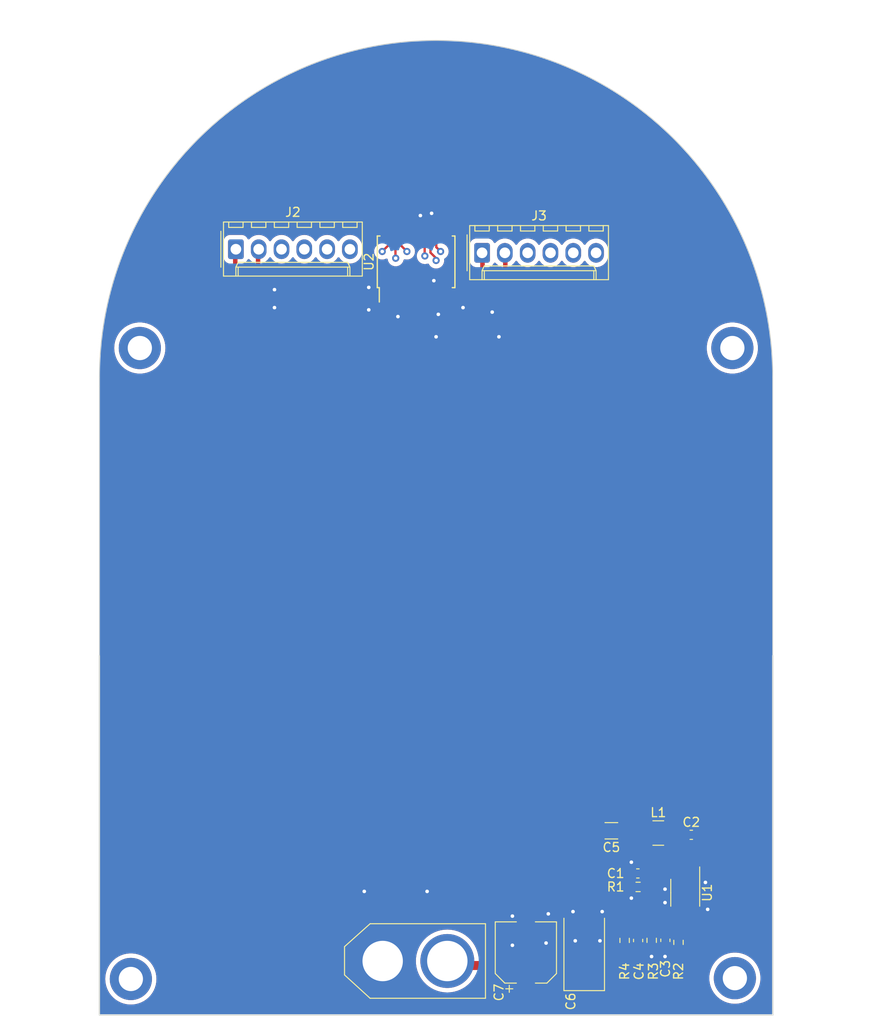
<source format=kicad_pcb>
(kicad_pcb (version 20221018) (generator pcbnew)
  (layers (0 "F.Cu" signal) (31 "B.Cu" signal) (34 "B.Paste" user) (35 "F.Paste" user) (36 "B.SilkS" user "B.Silkscreen") (37 "F.SilkS" user "F.Silkscreen") (38 "B.Mask" user) (39 "F.Mask" user) (44 "Edge.Cuts" user))
  (net 0 "")
  (net 1 "Net-(U1-INTVCC)")
  (net 2 "GND")
  (net 3 "Net-(U1-BST)")
  (net 4 "Net-(U1-SW)")
  (net 5 "Net-(U1-TR{slash}SS)")
  (net 6 "Net-(U1-FB)")
  (net 7 "+6V")
  (net 8 "VCC")
  (net 9 "MOTORA+")
  (net 10 "MOTORA-")
  (net 11 "HALL_MOTORA_A")
  (net 12 "HALL_MOTORA_B")
  (net 13 "HALL+")
  (net 14 "HALL-")
  (net 15 "MOTORB+")
  (net 16 "MOTORB-")
  (net 17 "HALL_MOTORB_A")
  (net 18 "HALL_MOTORB_B")
  (net 19 "Net-(U1-RT)")
  (net 20 "Net-(U1-PG)")
  (net 21 "PWMB")
  (net 22 "IN2B")
  (net 23 "IN2A")
  (net 25 "IN1A")
  (net 26 "IN1B")
  (net 27 "PWMA")
  (footprint "MountingHole:MountingHole_2.7mm_M2.5_DIN965_Pad" (layer "F.Cu") (at 145.281137 125.16048)
    (fp_text reference "H3")
    (fp_text value "MountingHole")
    (pad "1" thru_hole circle (at 0 0) (size 4.7 4.7) (drill 2.7) (layers "*.Cu" "*.Mask"))
  )
  (footprint "Connector_AMASS:AMASS_XT60-F_1x02_P7.20mm_Vertical" (layer "F.Cu") (at 106.05 123.25)
    (fp_text reference "J1")
    (fp_text value "Conn_01x02")
    (fp_line (start -4.25 -1.6) (end -4.25 1.55) (stroke (width 0.12)) (layer "F.SilkS"))
    (fp_line (start -4.25 1.55) (end -1.4 4.15) (stroke (width 0.12)) (layer "F.SilkS"))
    (fp_line (start -1.4 -4.15) (end -4.25 -1.6) (stroke (width 0.12)) (layer "F.SilkS"))
    (fp_line (start -1.4 4.15) (end 11.45 4.15) (stroke (width 0.12)) (layer "F.SilkS"))
    (fp_line (start 11.45 -4.15) (end -1.4 -4.15) (stroke (width 0.12)) (layer "F.SilkS"))
    (fp_line (start 11.45 4.15) (end 11.45 -4.15) (stroke (width 0.12)) (layer "F.SilkS"))
    (pad "1" thru_hole roundrect (at 0 0) (size 6 6) (drill 4.5) (layers "*.Cu" "*.Mask") (net 2 "GND"))
    (pad "2" thru_hole circle (at 7.2 0) (size 6 6) (drill 4.5) (layers "*.Cu" "*.Mask") (net 8 "VCC"))
  )
  (footprint "Resistor_SMD:R_0603_1608Metric" (layer "F.Cu") (at 134.5 115)
    (fp_text reference "R1" (at -2.5 0) (layer "F.SilkS"))
    (fp_text value "18.2k")
    (fp_line (start -0.237258 -0.5225) (end 0.237258 -0.5225) (stroke (width 0.12)) (layer "F.SilkS"))
    (fp_line (start -0.237258 0.5225) (end 0.237258 0.5225) (stroke (width 0.12)) (layer "F.SilkS"))
    (pad "1" smd roundrect (at -0.825 0) (size 0.8 0.95) (layers "F.Cu" "F.Paste" "F.Mask") (net 2 "GND"))
    (pad "2" smd roundrect (at 0.825 0) (size 0.8 0.95) (layers "F.Cu" "F.Paste" "F.Mask") (net 19 "Net-(U1-RT)"))
  )
  (footprint "Inductor_SMD:L_1210_3225Metric" (layer "F.Cu") (at 136.75 109)
    (fp_text reference "L1" (at 0 -2.28) (layer "F.SilkS"))
    (fp_text value "2.2uH")
    (fp_line (start -0.602064 -1.36) (end 0.602064 -1.36) (stroke (width 0.12)) (layer "F.SilkS"))
    (fp_line (start -0.602064 1.36) (end 0.602064 1.36) (stroke (width 0.12)) (layer "F.SilkS"))
    (pad "1" smd roundrect (at -1.4 0) (size 1.25 2.65) (layers "F.Cu" "F.Paste" "F.Mask") (roundrect_rratio 0.2) (net 7 "+6V"))
    (pad "2" smd roundrect (at 1.4 0) (size 1.25 2.65) (layers "F.Cu" "F.Paste" "F.Mask") (roundrect_rratio 0.2) (net 4 "Net-(U1-SW)"))
  )
  (footprint "MountingHole:MountingHole_2.7mm_M2.5_DIN965_Pad" (layer "F.Cu") (at 79 55)
    (fp_text reference "H2")
    (fp_text value "MountingHole")
    (pad "1" thru_hole circle (at 0 0) (size 4.7 4.7) (drill 2.7) (layers "*.Cu" "*.Mask"))
  )
  (footprint "MountingHole:MountingHole_2.7mm_M2.5_DIN965_Pad" (layer "F.Cu") (at 78.000338 125.250126)
    (fp_text reference "H4")
    (fp_text value "MountingHole")
    (pad "1" thru_hole circle (at 0 0) (size 4.7 4.7) (drill 2.7) (layers "*.Cu" "*.Mask"))
  )
  (footprint "Capacitor_SMD:CP_Elec_6.3x7.7" (layer "F.Cu") (at 122 122.3 90)
    (fp_text reference "C7" (at -4.45 -3 90) (layer "F.SilkS"))
    (fp_text value "100u")
    (fp_line (start -4.4375 -1.8475) (end -3.65 -1.8475) (stroke (width 0.12)) (layer "F.SilkS"))
    (fp_line (start -4.04375 -2.24125) (end -4.04375 -1.45375) (stroke (width 0.12)) (layer "F.SilkS"))
    (fp_line (start -3.41 -2.345563) (end -3.41 -1.06) (stroke (width 0.12)) (layer "F.SilkS"))
    (fp_line (start -3.41 -2.345563) (end -2.345563 -3.41) (stroke (width 0.12)) (layer "F.SilkS"))
    (fp_line (start -3.41 2.345563) (end -3.41 1.06) (stroke (width 0.12)) (layer "F.SilkS"))
    (fp_line (start -3.41 2.345563) (end -2.345563 3.41) (stroke (width 0.12)) (layer "F.SilkS"))
    (fp_line (start -2.345563 -3.41) (end 3.41 -3.41) (stroke (width 0.12)) (layer "F.SilkS"))
    (fp_line (start -2.345563 3.41) (end 3.41 3.41) (stroke (width 0.12)) (layer "F.SilkS"))
    (fp_line (start 3.41 -3.41) (end 3.41 -1.06) (stroke (width 0.12)) (layer "F.SilkS"))
    (fp_line (start 3.41 3.41) (end 3.41 1.06) (stroke (width 0.12)) (layer "F.SilkS"))
    (pad "1" smd roundrect (at -2.7 0 90) (size 3.5 1.6) (layers "F.Cu" "F.Paste" "F.Mask") (roundrect_rratio 0.15625) (net 8 "VCC"))
    (pad "2" smd roundrect (at 2.7 0 90) (size 3.5 1.6) (layers "F.Cu" "F.Paste" "F.Mask") (roundrect_rratio 0.15625) (net 2 "GND"))
  )
  (footprint "Capacitor_SMD:C_0603_1608Metric" (layer "F.Cu") (at 140.425 109.2 180)
    (fp_text reference "C2" (at 0 1.4) (layer "F.SilkS"))
    (fp_text value "100n")
    (fp_line (start -0.14058 -0.51) (end 0.14058 -0.51) (stroke (width 0.12)) (layer "F.SilkS"))
    (fp_line (start -0.14058 0.51) (end 0.14058 0.51) (stroke (width 0.12)) (layer "F.SilkS"))
    (pad "1" smd roundrect (at -0.775 0 180) (size 0.9 0.95) (layers "F.Cu" "F.Paste" "F.Mask") (net 3 "Net-(U1-BST)"))
    (pad "2" smd roundrect (at 0.775 0 180) (size 0.9 0.95) (layers "F.Cu" "F.Paste" "F.Mask") (net 4 "Net-(U1-SW)"))
  )
  (footprint "Connector_Molex:Molex_KK-254_AE-6410-06A_1x06_P2.54mm_Vertical" (layer "F.Cu") (at 117.12 44.4)
    (fp_text reference "J3" (at 6.35 -4.12) (layer "F.SilkS"))
    (fp_text value "Conn_01x06")
    (fp_line (start -1.67 -2) (end -1.67 2) (stroke (width 0.12)) (layer "F.SilkS"))
    (fp_line (start -1.38 -3.03) (end -1.38 2.99) (stroke (width 0.12)) (layer "F.SilkS"))
    (fp_line (start -1.38 2.99) (end 14.08 2.99) (stroke (width 0.12)) (layer "F.SilkS"))
    (fp_line (start -0.8 -3.03) (end -0.8 -2.43) (stroke (width 0.12)) (layer "F.SilkS"))
    (fp_line (start -0.8 -2.43) (end 0.8 -2.43) (stroke (width 0.12)) (layer "F.SilkS"))
    (fp_line (start 0 1.99) (end 0.25 1.46) (stroke (width 0.12)) (layer "F.SilkS"))
    (fp_line (start 0 1.99) (end 12.7 1.99) (stroke (width 0.12)) (layer "F.SilkS"))
    (fp_line (start 0 2.99) (end 0 1.99) (stroke (width 0.12)) (layer "F.SilkS"))
    (fp_line (start 0.25 1.46) (end 12.45 1.46) (stroke (width 0.12)) (layer "F.SilkS"))
    (fp_line (start 0.25 2.99) (end 0.25 1.99) (stroke (width 0.12)) (layer "F.SilkS"))
    (fp_line (start 0.8 -2.43) (end 0.8 -3.03) (stroke (width 0.12)) (layer "F.SilkS"))
    (fp_line (start 1.74 -3.03) (end 1.74 -2.43) (stroke (width 0.12)) (layer "F.SilkS"))
    (fp_line (start 1.74 -2.43) (end 3.34 -2.43) (stroke (width 0.12)) (layer "F.SilkS"))
    (fp_line (start 3.34 -2.43) (end 3.34 -3.03) (stroke (width 0.12)) (layer "F.SilkS"))
    (fp_line (start 4.28 -3.03) (end 4.28 -2.43) (stroke (width 0.12)) (layer "F.SilkS"))
    (fp_line (start 4.28 -2.43) (end 5.88 -2.43) (stroke (width 0.12)) (layer "F.SilkS"))
    (fp_line (start 5.88 -2.43) (end 5.88 -3.03) (stroke (width 0.12)) (layer "F.SilkS"))
    (fp_line (start 6.82 -3.03) (end 6.82 -2.43) (stroke (width 0.12)) (layer "F.SilkS"))
    (fp_line (start 6.82 -2.43) (end 8.42 -2.43) (stroke (width 0.12)) (layer "F.SilkS"))
    (fp_line (start 8.42 -2.43) (end 8.42 -3.03) (stroke (width 0.12)) (layer "F.SilkS"))
    (fp_line (start 9.36 -3.03) (end 9.36 -2.43) (stroke (width 0.12)) (layer "F.SilkS"))
    (fp_line (start 9.36 -2.43) (end 10.96 -2.43) (stroke (width 0.12)) (layer "F.SilkS"))
    (fp_line (start 10.96 -2.43) (end 10.96 -3.03) (stroke (width 0.12)) (layer "F.SilkS"))
    (fp_line (start 11.9 -3.03) (end 11.9 -2.43) (stroke (width 0.12)) (layer "F.SilkS"))
    (fp_line (start 11.9 -2.43) (end 13.5 -2.43) (stroke (width 0.12)) (layer "F.SilkS"))
    (fp_line (start 12.45 1.46) (end 12.7 1.99) (stroke (width 0.12)) (layer "F.SilkS"))
    (fp_line (start 12.45 2.99) (end 12.45 1.99) (stroke (width 0.12)) (layer "F.SilkS"))
    (fp_line (start 12.7 1.99) (end 12.7 2.99) (stroke (width 0.12)) (layer "F.SilkS"))
    (fp_line (start 13.5 -2.43) (end 13.5 -3.03) (stroke (width 0.12)) (layer "F.SilkS"))
    (fp_line (start 14.08 -3.03) (end -1.38 -3.03) (stroke (width 0.12)) (layer "F.SilkS"))
    (fp_line (start 14.08 2.99) (end 14.08 -3.03) (stroke (width 0.12)) (layer "F.SilkS"))
    (pad "1" thru_hole roundrect (at 0 0) (size 1.74 2.19) (drill 1.19) (layers "*.Cu" "*.Mask") (roundrect_rratio 0.143678) (net 15 "MOTORB+"))
    (pad "2" thru_hole oval (at 2.54 0) (size 1.74 2.19) (drill 1.19) (layers "*.Cu" "*.Mask") (net 16 "MOTORB-"))
    (pad "3" thru_hole oval (at 5.08 0) (size 1.74 2.19) (drill 1.19) (layers "*.Cu" "*.Mask") (net 17 "HALL_MOTORB_A"))
    (pad "4" thru_hole oval (at 7.62 0) (size 1.74 2.19) (drill 1.19) (layers "*.Cu" "*.Mask") (net 18 "HALL_MOTORB_B"))
    (pad "5" thru_hole oval (at 10.16 0) (size 1.74 2.19) (drill 1.19) (layers "*.Cu" "*.Mask") (net 13 "HALL+"))
    (pad "6" thru_hole oval (at 12.7 0) (size 1.74 2.19) (drill 1.19) (layers "*.Cu" "*.Mask") (net 14 "HALL-"))
  )
  (footprint "Capacitor_SMD:C_0603_1608Metric" (layer "F.Cu") (at 134.475 113.5 180)
    (fp_text reference "C1" (at 2.475 0) (layer "F.SilkS"))
    (fp_text value "1u")
    (fp_line (start -0.14058 -0.51) (end 0.14058 -0.51) (stroke (width 0.12)) (layer "F.SilkS"))
    (fp_line (start -0.14058 0.51) (end 0.14058 0.51) (stroke (width 0.12)) (layer "F.SilkS"))
    (pad "1" smd roundrect (at -0.775 0 180) (size 0.9 0.95) (layers "F.Cu" "F.Paste" "F.Mask") (net 1 "Net-(U1-INTVCC)"))
    (pad "2" smd roundrect (at 0.775 0 180) (size 0.9 0.95) (layers "F.Cu" "F.Paste" "F.Mask") (net 2 "GND"))
  )
  (footprint "Capacitor_SMD:C_0603_1608Metric" (layer "F.Cu") (at 134.503512 120.965978 -90)
    (fp_text reference "C4" (at 3.434022 -0.096488 90) (layer "F.SilkS"))
    (fp_text value "10p")
    (fp_line (start -0.14058 -0.51) (end 0.14058 -0.51) (stroke (width 0.12)) (layer "F.SilkS"))
    (fp_line (start -0.14058 0.51) (end 0.14058 0.51) (stroke (width 0.12)) (layer "F.SilkS"))
    (pad "1" smd roundrect (at -0.775 0 270) (size 0.9 0.95) (layers "F.Cu" "F.Paste" "F.Mask") (net 6 "Net-(U1-FB)"))
    (pad "2" smd roundrect (at 0.775 0 270) (size 0.9 0.95) (layers "F.Cu" "F.Paste" "F.Mask") (net 7 "+6V"))
  )
  (footprint "MountingHole:MountingHole_2.7mm_M2.5_DIN965_Pad" (layer "F.Cu") (at 145 55)
    (fp_text reference "H1")
    (fp_text value "MountingHole")
    (pad "1" thru_hole circle (at 0 0) (size 4.7 4.7) (drill 2.7) (layers "*.Cu" "*.Mask"))
  )
  (footprint "Package_SO:MSOP-10-1EP_3x3mm_P0.5mm_EP1.68x1.88mm" (layer "F.Cu") (at 139.75 115.65 -90)
    (fp_text reference "U1" (at 0 -2.45 90) (layer "F.SilkS"))
    (fp_text value "LT8608")
    (fp_line (start 0 -1.61) (end -2.875 -1.61) (stroke (width 0.12)) (layer "F.SilkS"))
    (fp_line (start 0 -1.61) (end 1.5 -1.61) (stroke (width 0.12)) (layer "F.SilkS"))
    (fp_line (start 0 1.61) (end -1.5 1.61) (stroke (width 0.12)) (layer "F.SilkS"))
    (fp_line (start 0 1.61) (end 1.5 1.61) (stroke (width 0.12)) (layer "F.SilkS"))
    (pad "1" smd roundrect (at -2.15 -1 270) (size 1.45 0.3) (layers "F.Cu" "F.Paste" "F.Mask") (net 3 "Net-(U1-BST)"))
    (pad "2" smd roundrect (at -2.15 -0.5 270) (size 1.45 0.3) (layers "F.Cu" "F.Paste" "F.Mask") (net 4 "Net-(U1-SW)"))
    (pad "3" smd roundrect (at -2.15 0 270) (size 1.45 0.3) (layers "F.Cu" "F.Paste" "F.Mask") (net 1 "Net-(U1-INTVCC)"))
    (pad "4" smd roundrect (at -2.15 0.5 270) (size 1.45 0.3) (layers "F.Cu" "F.Paste" "F.Mask") (net 19 "Net-(U1-RT)"))
    (pad "5" smd roundrect (at -2.15 1 270) (size 1.45 0.3) (layers "F.Cu" "F.Paste" "F.Mask") (net 2 "GND"))
    (pad "6" smd roundrect (at 2.15 1 270) (size 1.45 0.3) (layers "F.Cu" "F.Paste" "F.Mask") (net 6 "Net-(U1-FB)"))
    (pad "7" smd roundrect (at 2.15 0.5 270) (size 1.45 0.3) (layers "F.Cu" "F.Paste" "F.Mask") (net 5 "Net-(U1-TR{slash}SS)"))
    (pad "8" smd roundrect (at 2.15 0 270) (size 1.45 0.3) (layers "F.Cu" "F.Paste" "F.Mask") (net 20 "Net-(U1-PG)"))
    (pad "9" smd roundrect (at 2.15 -0.5 270) (size 1.45 0.3) (layers "F.Cu" "F.Paste" "F.Mask") (net 8 "VCC"))
    (pad "10" smd roundrect (at 2.15 -1 270) (size 1.45 0.3) (layers "F.Cu" "F.Paste" "F.Mask") (net 8 "VCC"))
    (pad "11" smd rect (at 0 0 270) (size 1.68 1.88) (layers "F.Cu" "F.Mask") (net 2 "GND"))
  )
  (footprint "Capacitor_SMD:C_1206_3216Metric" (layer "F.Cu") (at 131.525 108.75 180)
    (fp_text reference "C5" (at 0 -1.85) (layer "F.SilkS"))
    (fp_text value "22u")
    (fp_line (start -0.711252 -0.91) (end 0.711252 -0.91) (stroke (width 0.12)) (layer "F.SilkS"))
    (fp_line (start -0.711252 0.91) (end 0.711252 0.91) (stroke (width 0.12)) (layer "F.SilkS"))
    (pad "1" smd roundrect (at -1.475 0 180) (size 1.15 1.8) (layers "F.Cu" "F.Paste" "F.Mask") (roundrect_rratio 0.217391) (net 7 "+6V"))
    (pad "2" smd roundrect (at 1.475 0 180) (size 1.15 1.8) (layers "F.Cu" "F.Paste" "F.Mask") (roundrect_rratio 0.217391) (net 2 "GND"))
  )
  (footprint "Resistor_SMD:R_0603_1608Metric" (layer "F.Cu") (at 139 121.175 90)
    (fp_text reference "R2" (at -3.225 0 90) (layer "F.SilkS"))
    (fp_text value "100k")
    (fp_line (start -0.237258 -0.5225) (end 0.237258 -0.5225) (stroke (width 0.12)) (layer "F.SilkS"))
    (fp_line (start -0.237258 0.5225) (end 0.237258 0.5225) (stroke (width 0.12)) (layer "F.SilkS"))
    (pad "1" smd roundrect (at -0.825 0 90) (size 0.8 0.95) (layers "F.Cu" "F.Paste" "F.Mask") (net 7 "+6V"))
    (pad "2" smd roundrect (at 0.825 0 90) (size 0.8 0.95) (layers "F.Cu" "F.Paste" "F.Mask") (net 20 "Net-(U1-PG)"))
  )
  (footprint "Resistor_SMD:R_0603_1608Metric" (layer "F.Cu") (at 133 120.955 90)
    (fp_text reference "R4" (at -3.445 0 90) (layer "F.SilkS"))
    (fp_text value "1M")
    (fp_line (start -0.237258 -0.5225) (end 0.237258 -0.5225) (stroke (width 0.12)) (layer "F.SilkS"))
    (fp_line (start -0.237258 0.5225) (end 0.237258 0.5225) (stroke (width 0.12)) (layer "F.SilkS"))
    (pad "1" smd roundrect (at -0.825 0 90) (size 0.8 0.95) (layers "F.Cu" "F.Paste" "F.Mask") (net 7 "+6V"))
    (pad "2" smd roundrect (at 0.825 0 90) (size 0.8 0.95) (layers "F.Cu" "F.Paste" "F.Mask") (net 6 "Net-(U1-FB)"))
  )
  (footprint "Package_SO:SSOP-24_5.3x8.2mm_P0.65mm" (layer "F.Cu") (at 109.775 45.4 90)
    (fp_text reference "U2" (at 0 -5.25 90) (layer "F.SilkS"))
    (fp_text value "TB6612FNG")
    (fp_line (start -2.875 -4.325) (end -2.875 -4.1) (stroke (width 0.15)) (layer "F.SilkS"))
    (fp_line (start -2.875 -4.325) (end 2.875 -4.325) (stroke (width 0.15)) (layer "F.SilkS"))
    (fp_line (start -2.875 -4.1) (end -4.475 -4.1) (stroke (width 0.15)) (layer "F.SilkS"))
    (fp_line (start -2.875 4.325) (end -2.875 4.025) (stroke (width 0.15)) (layer "F.SilkS"))
    (fp_line (start -2.875 4.325) (end 2.875 4.325) (stroke (width 0.15)) (layer "F.SilkS"))
    (fp_line (start 2.875 -4.325) (end 2.875 -4.025) (stroke (width 0.15)) (layer "F.SilkS"))
    (fp_line (start 2.875 4.325) (end 2.875 4.025) (stroke (width 0.15)) (layer "F.SilkS"))
    (pad "1" smd rect (at -3.6 -3.575 90) (size 1.75 0.45) (layers "F.Cu" "F.Paste" "F.Mask") (net 9 "MOTORA+"))
    (pad "2" smd rect (at -3.6 -2.925 90) (size 1.75 0.45) (layers "F.Cu" "F.Paste" "F.Mask") (net 9 "MOTORA+"))
    (pad "3" smd rect (at -3.6 -2.275 90) (size 1.75 0.45) (layers "F.Cu" "F.Paste" "F.Mask") (net 2 "GND"))
    (pad "4" smd rect (at -3.6 -1.625 90) (size 1.75 0.45) (layers "F.Cu" "F.Paste" "F.Mask") (net 2 "GND"))
    (pad "5" smd rect (at -3.6 -0.975 90) (size 1.75 0.45) (layers "F.Cu" "F.Paste" "F.Mask") (net 10 "MOTORA-"))
    (pad "6" smd rect (at -3.6 -0.325 90) (size 1.75 0.45) (layers "F.Cu" "F.Paste" "F.Mask") (net 10 "MOTORA-"))
    (pad "7" smd rect (at -3.6 0.325 90) (size 1.75 0.45) (layers "F.Cu" "F.Paste" "F.Mask") (net 16 "MOTORB-"))
    (pad "8" smd rect (at -3.6 0.975 90) (size 1.75 0.45) (layers "F.Cu" "F.Paste" "F.Mask") (net 16 "MOTORB-"))
    (pad "9" smd rect (at -3.6 1.625 90) (size 1.75 0.45) (layers "F.Cu" "F.Paste" "F.Mask") (net 2 "GND"))
    (pad "10" smd rect (at -3.6 2.275 90) (size 1.75 0.45) (layers "F.Cu" "F.Paste" "F.Mask") (net 2 "GND"))
    (pad "11" smd rect (at -3.6 2.925 90) (size 1.75 0.45) (layers "F.Cu" "F.Paste" "F.Mask") (net 15 "MOTORB+"))
    (pad "12" smd rect (at -3.6 3.575 90) (size 1.75 0.45) (layers "F.Cu" "F.Paste" "F.Mask") (net 15 "MOTORB+"))
    (pad "13" smd rect (at 3.6 3.575 90) (size 1.75 0.45) (layers "F.Cu" "F.Paste" "F.Mask") (net 7 "+6V"))
    (pad "14" smd rect (at 3.6 2.925 90) (size 1.75 0.45) (layers "F.Cu" "F.Paste" "F.Mask") (net 7 "+6V"))
    (pad "15" smd rect (at 3.6 2.275 90) (size 1.75 0.45) (layers "F.Cu" "F.Paste" "F.Mask") (net 21 "PWMB"))
    (pad "16" smd rect (at 3.6 1.625 90) (size 1.75 0.45) (layers "F.Cu" "F.Paste" "F.Mask") (net 22 "IN2B"))
    (pad "17" smd rect (at 3.6 0.975 90) (size 1.75 0.45) (layers "F.Cu" "F.Paste" "F.Mask") (net 23 "IN2A"))
    (pad "18" smd rect (at 3.6 0.325 90) (size 1.75 0.45) (layers "F.Cu" "F.Paste" "F.Mask") (net 2 "GND"))
    (pad "19" smd rect (at 3.6 -0.325 90) (size 1.75 0.45) (layers "F.Cu" "F.Paste" "F.Mask"))
    (pad "20" smd rect (at 3.6 -0.975 90) (size 1.75 0.45) (layers "F.Cu" "F.Paste" "F.Mask") (net 7 "+6V"))
    (pad "21" smd rect (at 3.6 -1.625 90) (size 1.75 0.45) (layers "F.Cu" "F.Paste" "F.Mask") (net 25 "IN1A"))
    (pad "22" smd rect (at 3.6 -2.275 90) (size 1.75 0.45) (layers "F.Cu" "F.Paste" "F.Mask") (net 26 "IN1B"))
    (pad "23" smd rect (at 3.6 -2.925 90) (size 1.75 0.45) (layers "F.Cu" "F.Paste" "F.Mask") (net 27 "PWMA"))
    (pad "24" smd rect (at 3.6 -3.575 90) (size 1.75 0.45) (layers "F.Cu" "F.Paste" "F.Mask") (net 7 "+6V"))
  )
  (footprint "Capacitor_SMD:C_0603_1608Metric" (layer "F.Cu") (at 137.539115 120.944638 -90)
    (fp_text reference "C3" (at 3.175 0 90) (layer "F.SilkS"))
    (fp_text value "10n")
    (fp_line (start -0.14058 -0.51) (end 0.14058 -0.51) (stroke (width 0.12)) (layer "F.SilkS"))
    (fp_line (start -0.14058 0.51) (end 0.14058 0.51) (stroke (width 0.12)) (layer "F.SilkS"))
    (pad "1" smd roundrect (at -0.775 0 270) (size 0.9 0.95) (layers "F.Cu" "F.Paste" "F.Mask") (net 5 "Net-(U1-TR{slash}SS)"))
    (pad "2" smd roundrect (at 0.775 0 270) (size 0.9 0.95) (layers "F.Cu" "F.Paste" "F.Mask") (net 2 "GND"))
  )
  (footprint "Capacitor_Tantalum_SMD:CP_EIA-7343-15_Kemet-W" (layer "F.Cu") (at 128.5 122.1375 90)
    (fp_text reference "C6" (at -5.6125 -1.5 90) (layer "F.SilkS"))
    (fp_text value "4.7u")
    (fp_line (start -4.41 -2.26) (end -4.41 2.26) (stroke (width 0.12)) (layer "F.SilkS"))
    (fp_line (start -4.41 2.26) (end 3.65 2.26) (stroke (width 0.12)) (layer "F.SilkS"))
    (fp_line (start 3.65 -2.26) (end -4.41 -2.26) (stroke (width 0.12)) (layer "F.SilkS"))
    (pad "1" smd roundrect (at -3.1125 0 90) (size 2.075 2.55) (layers "F.Cu" "F.Paste" "F.Mask") (roundrect_rratio 0.120482) (net 8 "VCC"))
    (pad "2" smd roundrect (at 3.1125 0 90) (size 2.075 2.55) (layers "F.Cu" "F.Paste" "F.Mask") (roundrect_rratio 0.120482) (net 2 "GND"))
  )
  (footprint "Resistor_SMD:R_0603_1608Metric" (layer "F.Cu") (at 136.014316 120.94638 90)
    (fp_text reference "R3" (at -3.45362 0.185684 90) (layer "F.SilkS"))
    (fp_text value "309K")
    (fp_line (start -0.237258 -0.5225) (end 0.237258 -0.5225) (stroke (width 0.12)) (layer "F.SilkS"))
    (fp_line (start -0.237258 0.5225) (end 0.237258 0.5225) (stroke (width 0.12)) (layer "F.SilkS"))
    (pad "1" smd roundrect (at -0.825 0 90) (size 0.8 0.95) (layers "F.Cu" "F.Paste" "F.Mask") (net 2 "GND"))
    (pad "2" smd roundrect (at 0.825 0 90) (size 0.8 0.95) (layers "F.Cu" "F.Paste" "F.Mask") (net 6 "Net-(U1-FB)"))
  )
  (footprint "Connector_Molex:Molex_KK-254_AE-6410-06A_1x06_P2.54mm_Vertical" (layer "F.Cu") (at 89.7 44)
    (fp_text reference "J2" (at 6.35 -4.12) (layer "F.SilkS"))
    (fp_text value "Conn_01x06")
    (fp_line (start -1.67 -2) (end -1.67 2) (stroke (width 0.12)) (layer "F.SilkS"))
    (fp_line (start -1.38 -3.03) (end -1.38 2.99) (stroke (width 0.12)) (layer "F.SilkS"))
    (fp_line (start -1.38 2.99) (end 14.08 2.99) (stroke (width 0.12)) (layer "F.SilkS"))
    (fp_line (start -0.8 -3.03) (end -0.8 -2.43) (stroke (width 0.12)) (layer "F.SilkS"))
    (fp_line (start -0.8 -2.43) (end 0.8 -2.43) (stroke (width 0.12)) (layer "F.SilkS"))
    (fp_line (start 0 1.99) (end 0.25 1.46) (stroke (width 0.12)) (layer "F.SilkS"))
    (fp_line (start 0 1.99) (end 12.7 1.99) (stroke (width 0.12)) (layer "F.SilkS"))
    (fp_line (start 0 2.99) (end 0 1.99) (stroke (width 0.12)) (layer "F.SilkS"))
    (fp_line (start 0.25 1.46) (end 12.45 1.46) (stroke (width 0.12)) (layer "F.SilkS"))
    (fp_line (start 0.25 2.99) (end 0.25 1.99) (stroke (width 0.12)) (layer "F.SilkS"))
    (fp_line (start 0.8 -2.43) (end 0.8 -3.03) (stroke (width 0.12)) (layer "F.SilkS"))
    (fp_line (start 1.74 -3.03) (end 1.74 -2.43) (stroke (width 0.12)) (layer "F.SilkS"))
    (fp_line (start 1.74 -2.43) (end 3.34 -2.43) (stroke (width 0.12)) (layer "F.SilkS"))
    (fp_line (start 3.34 -2.43) (end 3.34 -3.03) (stroke (width 0.12)) (layer "F.SilkS"))
    (fp_line (start 4.28 -3.03) (end 4.28 -2.43) (stroke (width 0.12)) (layer "F.SilkS"))
    (fp_line (start 4.28 -2.43) (end 5.88 -2.43) (stroke (width 0.12)) (layer "F.SilkS"))
    (fp_line (start 5.88 -2.43) (end 5.88 -3.03) (stroke (width 0.12)) (layer "F.SilkS"))
    (fp_line (start 6.82 -3.03) (end 6.82 -2.43) (stroke (width 0.12)) (layer "F.SilkS"))
    (fp_line (start 6.82 -2.43) (end 8.42 -2.43) (stroke (width 0.12)) (layer "F.SilkS"))
    (fp_line (start 8.42 -2.43) (end 8.42 -3.03) (stroke (width 0.12)) (layer "F.SilkS"))
    (fp_line (start 9.36 -3.03) (end 9.36 -2.43) (stroke (width 0.12)) (layer "F.SilkS"))
    (fp_line (start 9.36 -2.43) (end 10.96 -2.43) (stroke (width 0.12)) (layer "F.SilkS"))
    (fp_line (start 10.96 -2.43) (end 10.96 -3.03) (stroke (width 0.12)) (layer "F.SilkS"))
    (fp_line (start 11.9 -3.03) (end 11.9 -2.43) (stroke (width 0.12)) (layer "F.SilkS"))
    (fp_line (start 11.9 -2.43) (end 13.5 -2.43) (stroke (width 0.12)) (layer "F.SilkS"))
    (fp_line (start 12.45 1.46) (end 12.7 1.99) (stroke (width 0.12)) (layer "F.SilkS"))
    (fp_line (start 12.45 2.99) (end 12.45 1.99) (stroke (width 0.12)) (layer "F.SilkS"))
    (fp_line (start 12.7 1.99) (end 12.7 2.99) (stroke (width 0.12)) (layer "F.SilkS"))
    (fp_line (start 13.5 -2.43) (end 13.5 -3.03) (stroke (width 0.12)) (layer "F.SilkS"))
    (fp_line (start 14.08 -3.03) (end -1.38 -3.03) (stroke (width 0.12)) (layer "F.SilkS"))
    (fp_line (start 14.08 2.99) (end 14.08 -3.03) (stroke (width 0.12)) (layer "F.SilkS"))
    (pad "1" thru_hole roundrect (at 0 0) (size 1.74 2.19) (drill 1.19) (layers "*.Cu" "*.Mask") (roundrect_rratio 0.143678) (net 9 "MOTORA+"))
    (pad "2" thru_hole oval (at 2.54 0) (size 1.74 2.19) (drill 1.19) (layers "*.Cu" "*.Mask") (net 10 "MOTORA-"))
    (pad "3" thru_hole oval (at 5.08 0) (size 1.74 2.19) (drill 1.19) (layers "*.Cu" "*.Mask") (net 11 "HALL_MOTORA_A"))
    (pad "4" thru_hole oval (at 7.62 0) (size 1.74 2.19) (drill 1.19) (layers "*.Cu" "*.Mask") (net 12 "HALL_MOTORA_B"))
    (pad "5" thru_hole oval (at 10.16 0) (size 1.74 2.19) (drill 1.19) (layers "*.Cu" "*.Mask") (net 13 "HALL+"))
    (pad "6" thru_hole oval (at 12.7 0) (size 1.74 2.19) (drill 1.19) (layers "*.Cu" "*.Mask") (net 14 "HALL-"))
  )
  (gr_line (start 74.5 129.25) (end 74.5 89.25) (stroke (width 0.15)) (layer "Edge.Cuts"))
  (gr_line (start 149.5 129.25) (end 149.5 89.25) (stroke (width 0.15)) (layer "Edge.Cuts"))
  (gr_arc (start 74.5 58.25) (mid 112 20.75) (end 149.5 58.25) (stroke (width 0.1)) (layer "Edge.Cuts"))
  (gr_line (start 74.5 89.25) (end 74.5 59.25) (stroke (width 0.1)) (layer "Edge.Cuts"))
  (gr_line (start 74.5 129.25) (end 149.5 129.25) (stroke (width 0.15)) (layer "Edge.Cuts"))
  (gr_line (start 74.5 59.25) (end 74.5 58.25) (stroke (width 0.1)) (layer "Edge.Cuts"))
  (gr_line (start 149.5 89.25) (end 149.5 58.25) (stroke (width 0.1)) (layer "Edge.Cuts"))
  (segment (start 136.25 111.75) (end 135.39 112.61) (width 0.25) (layer "F.Cu") (net 1))
  (segment (start 139.75 112) (end 139.5 111.75) (width 0.25) (layer "F.Cu") (net 1))
  (segment (start 139.5 111.75) (end 136.25 111.75) (width 0.25) (layer "F.Cu") (net 1))
  (segment (start 139.75 113.7) (end 139.75 112) (width 0.25) (layer "F.Cu") (net 1))
  (segment (start 135.39 112.61) (end 135.39 113.52) (width 0.25) (layer "F.Cu") (net 1))
  (segment (start 138.75 113.7) (end 138.2 114.25) (width 0.25) (layer "F.Cu") (net 2))
  (segment (start 138.2 114.25) (end 138 114.25) (width 0.25) (layer "F.Cu") (net 2))
  (segment (start 110.075 40.075) (end 110 40) (width 0.25) (layer "F.Cu") (net 2))
  (segment (start 138 114.75) (end 137.5 115.25) (width 0.25) (layer "F.Cu") (net 2))
  (segment (start 138 114.25) (end 138 114.75) (width 0.25) (layer "F.Cu") (net 2))
  (segment (start 110.075 42.15) (end 110.075 40.075) (width 0.25) (layer "F.Cu") (net 2))
  (via (at 119 53.75) (size 0.8) (drill 0.4) (layers "F.Cu" "B.Cu") (net 2))
  (via (at 127.25 117.75) (size 0.8) (drill 0.4) (layers "F.Cu" "B.Cu") (net 2))
  (via (at 142 114.5) (size 0.8) (drill 0.4) (layers "F.Cu" "B.Cu") (net 2))
  (via (at 120.5 121.5) (size 0.8) (drill 0.4) (layers "F.Cu" "B.Cu") (net 2))
  (via (at 137.5 122.75) (size 0.8) (drill 0.4) (layers "F.Cu" "B.Cu") (net 2))
  (via (at 137.5 116.75) (size 0.8) (drill 0.4) (layers "F.Cu" "B.Cu") (net 2))
  (via (at 94 50.5) (size 0.8) (drill 0.4) (layers "F.Cu" "B.Cu") (net 2))
  (via (at 127.5 121) (size 0.8) (drill 0.4) (layers "F.Cu" "B.Cu") (net 2))
  (via (at 110.25 40.25) (size 0.8) (drill 0.4) (layers "F.Cu" "B.Cu") (net 2))
  (via (at 104.5 50.75) (size 0.8) (drill 0.4) (layers "F.Cu" "B.Cu") (net 2))
  (via (at 94 48.5) (size 0.8) (drill 0.4) (layers "F.Cu" "B.Cu") (net 2))
  (via (at 115 50.5) (size 0.8) (drill 0.4) (layers "F.Cu" "B.Cu") (net 2))
  (via (at 130.25 121) (size 0.8) (drill 0.4) (layers "F.Cu" "B.Cu") (net 2))
  (via (at 137.5 115.25) (size 0.8) (drill 0.4) (layers "F.Cu" "B.Cu") (net 2))
  (via (at 107.75 51.5) (size 0.8) (drill 0.4) (layers "F.Cu" "B.Cu") (net 2))
  (via (at 104.5 48.25) (size 0.8) (drill 0.4) (layers "F.Cu" "B.Cu") (net 2))
  (via (at 142.25 117.5) (size 0.8) (drill 0.4) (layers "F.Cu" "B.Cu") (net 2))
  (via (at 118.25 51) (size 0.8) (drill 0.4) (layers "F.Cu" "B.Cu") (net 2))
  (via (at 104 115.5) (size 0.8) (drill 0.4) (layers "F.Cu" "B.Cu") (net 2))
  (via (at 130.5 117.75) (size 0.8) (drill 0.4) (layers "F.Cu" "B.Cu") (net 2))
  (via (at 111.5 40) (size 0.8) (drill 0.4) (layers "F.Cu" "B.Cu") (net 2))
  (via (at 112 53.75) (size 0.8) (drill 0.4) (layers "F.Cu" "B.Cu") (net 2))
  (via (at 111 115.5) (size 0.8) (drill 0.4) (layers "F.Cu" "B.Cu") (net 2))
  (via (at 111.75 47.5) (size 0.8) (drill 0.4) (layers "F.Cu" "B.Cu") (net 2))
  (via (at 136 122.75) (size 0.8) (drill 0.4) (layers "F.Cu" "B.Cu") (net 2))
  (via (at 120.5 118.25) (size 0.8) (drill 0.4) (layers "F.Cu" "B.Cu") (net 2))
  (via (at 124.25 121.25) (size 0.8) (drill 0.4) (layers "F.Cu" "B.Cu") (net 2))
  (via (at 124.5 118) (size 0.8) (drill 0.4) (layers "F.Cu" "B.Cu") (net 2))
  (via (at 112.25 51.25) (size 0.8) (drill 0.4) (layers "F.Cu" "B.Cu") (net 2))
  (via (at 133.75 112.25) (size 0.8) (drill 0.4) (layers "F.Cu" "B.Cu") (net 2))
  (via (at 133.75 116.25) (size 0.8) (drill 0.4) (layers "F.Cu" "B.Cu") (net 2))
  (segment (start 141.225 112.025) (end 140.75 112.5) (width 0.25) (layer "F.Cu") (net 3))
  (segment (start 140.75 112.5) (end 140.75 113.7) (width 0.25) (layer "F.Cu") (net 3))
  (segment (start 141.225 109) (end 141.225 112.025) (width 0.25) (layer "F.Cu") (net 3))
  (segment (start 140.25 110.75) (end 139.675 110.175) (width 0.35) (layer "F.Cu") (net 4))
  (segment (start 140.25 113.7) (end 140.25 110.75) (width 0.35) (layer "F.Cu") (net 4))
  (segment (start 139.675 109) (end 139.675 110.175) (width 0.35) (layer "F.Cu") (net 4))
  (segment (start 138 109) (end 139.675 109) (width 0.35) (layer "F.Cu") (net 4))
  (segment (start 137.501591 119.498409) (end 137.501591 120.165009) (width 0.25) (layer "F.Cu") (net 5))
  (segment (start 139.25 118.792764) (end 138.792764 119.25) (width 0.25) (layer "F.Cu") (net 5))
  (segment (start 139.25 118) (end 139.25 118.792764) (width 0.25) (layer "F.Cu") (net 5))
  (segment (start 138.792764 119.25) (end 137.75 119.25) (width 0.25) (layer "F.Cu") (net 5))
  (segment (start 137.75 119.25) (end 137.501591 119.498409) (width 0.25) (layer "F.Cu") (net 5))
  (segment (start 138.75 118) (end 137.25 118) (width 0.25) (layer "F.Cu") (net 6))
  (segment (start 132.982743 120.145517) (end 135.964483 120.145517) (width 0.25) (layer "F.Cu") (net 6))
  (segment (start 135.964483 120.145517) (end 136 120.11) (width 0.25) (layer "F.Cu") (net 6))
  (segment (start 136 119.25) (end 136 120.11) (width 0.25) (layer "F.Cu") (net 6))
  (segment (start 137.25 118) (end 136 119.25) (width 0.25) (layer "F.Cu") (net 6))
  (segment (start 133.175 110.575) (end 133.175 108.75) (width 0.25) (layer "F.Cu") (net 7))
  (segment (start 132.982743 121.695517) (end 132.195517 121.695517) (width 0.25) (layer "F.Cu") (net 7))
  (segment (start 106.75 39) (end 106.15 39.6) (width 0.5) (layer "F.Cu") (net 7))
  (segment (start 108.775 40.825) (end 108.775 42.15) (width 0.5) (layer "F.Cu") (net 7))
  (segment (start 133.037226 121.75) (end 132.982743 121.695517) (width 0.25) (layer "F.Cu") (net 7))
  (segment (start 139 121.75) (end 139 123.5) (width 0.25) (layer "F.Cu") (net 7))
  (segment (start 106.15 39.6) (end 106.15 42.15) (width 0.5) (layer "F.Cu") (net 7))
  (segment (start 109.75 39) (end 108.775 39.975) (width 0.5) (layer "F.Cu") (net 7))
  (segment (start 134.5 121.75) (end 133.037226 121.75) (width 0.25) (layer "F.Cu") (net 7))
  (segment (start 132.982743 123.732743) (end 132.982743 121.695517) (width 0.25) (layer "F.Cu") (net 7))
  (segment (start 133.425 109) (end 133.175 108.75) (width 0.5) (layer "F.Cu") (net 7))
  (segment (start 132.195517 121.695517) (end 131.75 121.25) (width 0.25) (layer "F.Cu") (net 7))
  (segment (start 131.75 121.25) (end 131.75 112) (width 0.25) (layer "F.Cu") (net 7))
  (segment (start 112.7 40.5) (end 112.7 40.05) (width 0.5) (layer "F.Cu") (net 7))
  (segment (start 113.325 41.125) (end 112.7 40.5) (width 0.5) (layer "F.Cu") (net 7))
  (segment (start 108.775 39.975) (end 108.775 40.825) (width 0.5) (layer "F.Cu") (net 7))
  (segment (start 113.325 42.15) (end 113.325 41.125) (width 0.5) (layer "F.Cu") (net 7))
  (segment (start 112.7 40.5) (end 112.7 42.15) (width 0.5) (layer "F.Cu") (net 7))
  (segment (start 138.25 124.25) (end 133.5 124.25) (width 0.25) (layer "F.Cu") (net 7))
  (segment (start 133.5 124.25) (end 132.982743 123.732743) (width 0.25) (layer "F.Cu") (net 7))
  (segment (start 139 123.5) (end 138.25 124.25) (width 0.25) (layer "F.Cu") (net 7))
  (segment (start 135.2 109) (end 133.425 109) (width 0.5) (layer "F.Cu") (net 7))
  (segment (start 131.75 112) (end 133.175 110.575) (width 0.25) (layer "F.Cu") (net 7))
  (segment (start 112.7 40.05) (end 113.75 39) (width 0.5) (layer "F.Cu") (net 7))
  (segment (start 129 125.6125) (end 139.1375 125.6125) (width 1) (layer "F.Cu") (net 8))
  (segment (start 120.75 123.75) (end 122.25 125.25) (width 1) (layer "F.Cu") (net 8))
  (segment (start 140.75 124) (end 139.1375 125.6125) (width 1) (layer "F.Cu") (net 8))
  (segment (start 122.25 125.25) (end 128.6375 125.25) (width 1) (layer "F.Cu") (net 8))
  (segment (start 140.75 118) (end 140.75 124) (width 1) (layer "F.Cu") (net 8))
  (segment (start 112.75 123.75) (end 120.75 123.75) (width 1) (layer "F.Cu") (net 8))
  (segment (start 128.6375 125.25) (end 129 125.6125) (width 1) (layer "F.Cu") (net 8))
  (segment (start 89.63 44.25) (end 89.63 49.13) (width 0.5) (layer "F.Cu") (net 9))
  (segment (start 105 52) (end 106.175 50.825) (width 0.5) (layer "F.Cu") (net 9))
  (segment (start 92.5 52) (end 105 52) (width 0.5) (layer "F.Cu") (net 9))
  (segment (start 89.63 49.13) (end 92.5 52) (width 0.5) (layer "F.Cu") (net 9))
  (segment (start 106.175 50.825) (end 106.175 49.35) (width 0.5) (layer "F.Cu") (net 9))
  (segment (start 106.175 49.35) (end 106.8 49.35) (width 0.5) (layer "F.Cu") (net 9))
  (segment (start 92.17 46.25) (end 92.17 44.25) (width 0.5) (layer "F.Cu") (net 10))
  (segment (start 92.92 47) (end 92.17 46.25) (width 0.5) (layer "F.Cu") (net 10))
  (segment (start 108.8 49.35) (end 108.8 47.55) (width 0.5) (layer "F.Cu") (net 10))
  (segment (start 109.4 48.15) (end 109.4 49.35) (width 0.5) (layer "F.Cu") (net 10))
  (segment (start 108.25 47) (end 92.92 47) (width 0.5) (layer "F.Cu") (net 10))
  (segment (start 108.8 47.55) (end 109.4 48.15) (width 0.5) (layer "F.Cu") (net 10))
  (segment (start 108.8 47.55) (end 108.25 47) (width 0.5) (layer "F.Cu") (net 10))
  (segment (start 115.65 49.35) (end 117.17 47.83) (width 0.5) (layer "F.Cu") (net 15))
  (segment (start 112.7 49.35) (end 115.65 49.35) (width 0.5) (layer "F.Cu") (net 15))
  (segment (start 117.17 47.83) (end 117.17 44.25) (width 0.5) (layer "F.Cu") (net 15))
  (segment (start 119.71 51.79) (end 119 52.5) (width 0.5) (layer "F.Cu") (net 16))
  (segment (start 110.7 50.5) (end 110.7 49.35) (width 0.5) (layer "F.Cu") (net 16))
  (segment (start 119 52.5) (end 111.5 52.5) (width 0.5) (layer "F.Cu") (net 16))
  (segment (start 110.1 51.1) (end 110.1 49.35) (width 0.5) (layer "F.Cu") (net 16))
  (segment (start 110.1 51.1) (end 110.7 50.5) (width 0.5) (layer "F.Cu") (net 16))
  (segment (start 111.5 52.5) (end 110.1 51.1) (width 0.5) (layer "F.Cu") (net 16))
  (segment (start 119.71 44.25) (end 119.71 51.79) (width 0.5) (layer "F.Cu") (net 16))
  (segment (start 139.25 112.5) (end 139.25 113.7) (width 0.25) (layer "F.Cu") (net 19))
  (segment (start 136.75 113) (end 137.5 112.25) (width 0.25) (layer "F.Cu") (net 19))
  (segment (start 135.44 115.02) (end 136.23 115.02) (width 0.25) (layer "F.Cu") (net 19))
  (segment (start 136.23 115.02) (end 136.75 114.5) (width 0.25) (layer "F.Cu") (net 19))
  (segment (start 136.75 114.5) (end 136.75 113) (width 0.25) (layer "F.Cu") (net 19))
  (segment (start 137.5 112.25) (end 139 112.25) (width 0.25) (layer "F.Cu") (net 19))
  (segment (start 139 112.25) (end 139.25 112.5) (width 0.25) (layer "F.Cu") (net 19))
  (segment (start 139.75 119.35) (end 139 120.1) (width 0.25) (layer "F.Cu") (net 20))
  (segment (start 139.75 118) (end 139.75 119.35) (width 0.25) (layer "F.Cu") (net 20))
  (segment (start 112.025 42.15) (end 112.025 43.775) (width 0.25) (layer "F.Cu") (net 21))
  (segment (start 112.025 43.775) (end 112.5 44.25) (width 0.25) (layer "F.Cu") (net 21))
  (via (at 112.5 44.25) (size 0.8) (drill 0.4) (layers "F.Cu" "B.Cu") (net 21))
  (segment (start 111.375 44.375) (end 112 45) (width 0.25) (layer "F.Cu") (net 22))
  (segment (start 111.375 42.15) (end 111.375 44.375) (width 0.25) (layer "F.Cu") (net 22))
  (segment (start 112 45) (end 112 45.25) (width 0.25) (layer "F.Cu") (net 22))
  (via (at 112 45.25) (size 0.8) (drill 0.4) (layers "F.Cu" "B.Cu") (net 22))
  (segment (start 110.75 44.75) (end 110.725 44.725) (width 0.25) (layer "F.Cu") (net 23))
  (segment (start 110.725 42.15) (end 110.725 44.725) (width 0.25) (layer "F.Cu") (net 23))
  (via (at 110.75 44.75) (size 0.8) (drill 0.4) (layers "F.Cu" "B.Cu") (net 23))
  (segment (start 108.125 42.15) (end 108.125 43.625) (width 0.25) (layer "F.Cu") (net 25))
  (segment (start 108.125 43.625) (end 108.75 44.25) (width 0.25) (layer "F.Cu") (net 25))
  (via (at 108.75 44.25) (size 0.8) (drill 0.4) (layers "F.Cu" "B.Cu") (net 25))
  (segment (start 107.5 45) (end 107.475 44.975) (width 0.25) (layer "F.Cu") (net 26))
  (segment (start 107.475 42.15) (end 107.475 44.975) (width 0.25) (layer "F.Cu") (net 26))
  (via (at 107.5 45) (size 0.8) (drill 0.4) (layers "F.Cu" "B.Cu") (net 26))
  (segment (start 106.825 42.15) (end 106.825 43.425) (width 0.25) (layer "F.Cu") (net 27))
  (segment (start 106.825 43.425) (end 106 44.25) (width 0.25) (layer "F.Cu") (net 27))
  (via (at 106 44.25) (size 0.8) (drill 0.4) (layers "F.Cu" "B.Cu") (net 27))
  (zone (net 2) (net_name "GND") (layers "F&B.Cu") (connect_pads yes (clearance 0.5)) (min_thickness 0.25) (fill yes (thermal_gap 0.5) (thermal_bridge_width 0.5))
    (polygon (pts (xy 73.5 130.25) (xy 151.5 130.25) (xy 151.5 16.25) (xy 73.5 17.25)))
  )
)
</source>
